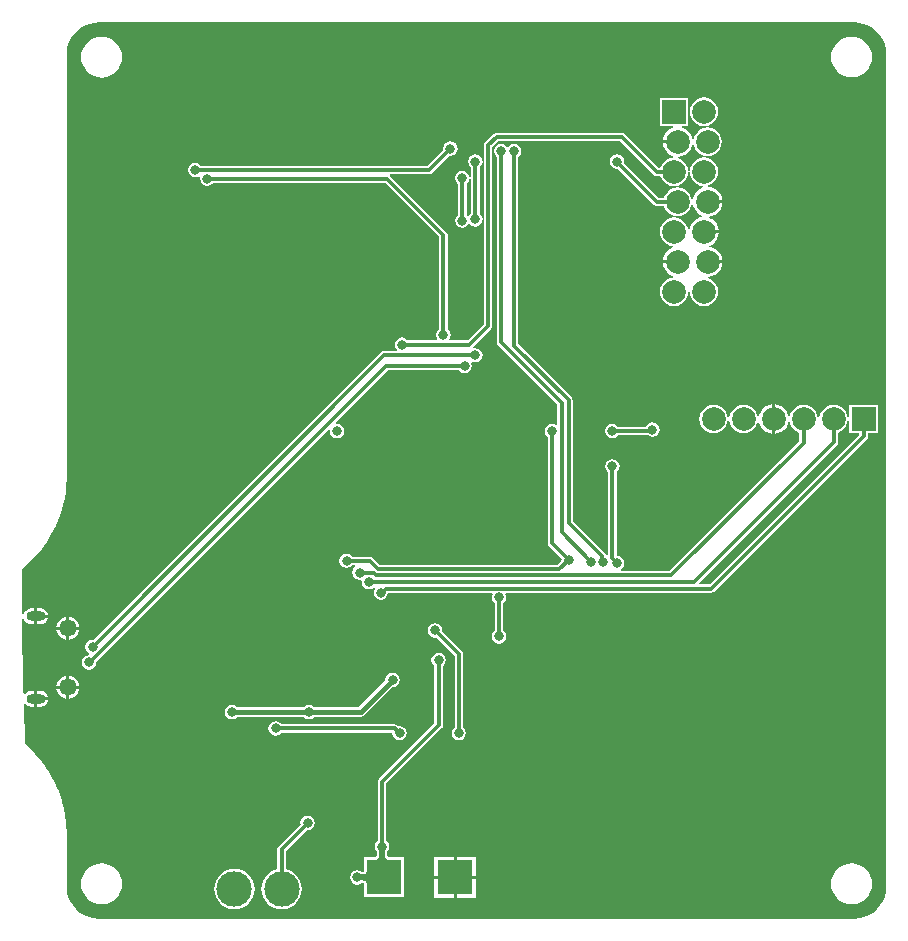
<source format=gbl>
G04*
G04 #@! TF.GenerationSoftware,Altium Limited,Altium Designer,20.2.7 (254)*
G04*
G04 Layer_Physical_Order=2*
G04 Layer_Color=16711680*
%FSLAX25Y25*%
%MOIN*%
G70*
G04*
G04 #@! TF.SameCoordinates,A4FD2F15-25C4-4B7E-ACC4-4C6BACDD2ABF*
G04*
G04*
G04 #@! TF.FilePolarity,Positive*
G04*
G01*
G75*
%ADD69C,0.01181*%
%ADD70C,0.01575*%
%ADD71C,0.01968*%
%ADD72R,0.07874X0.07874*%
%ADD73C,0.07874*%
%ADD74R,0.07874X0.07874*%
%ADD75C,0.11811*%
%ADD76O,0.06299X0.03150*%
%ADD77C,0.05709*%
%ADD78C,0.03150*%
%ADD79R,0.11811X0.11811*%
G36*
X280433Y299856D02*
X282052Y299467D01*
X283591Y298830D01*
X285011Y297960D01*
X286277Y296878D01*
X287359Y295612D01*
X288229Y294192D01*
X288866Y292653D01*
X289255Y291034D01*
X289384Y289395D01*
X289380Y289374D01*
Y11812D01*
X289384Y11791D01*
X289255Y10152D01*
X288866Y8533D01*
X288229Y6995D01*
X287359Y5575D01*
X286277Y4308D01*
X285011Y3227D01*
X283591Y2357D01*
X282052Y1719D01*
X280433Y1331D01*
X278794Y1202D01*
X278773Y1206D01*
X26807Y1206D01*
X26786Y1202D01*
X25147Y1331D01*
X23528Y1719D01*
X21989Y2357D01*
X20569Y3227D01*
X19303Y4308D01*
X18221Y5575D01*
X17351Y6995D01*
X16714Y8533D01*
X16325Y10152D01*
X16233Y11322D01*
X16200Y11812D01*
X16200Y11813D01*
X16200Y12304D01*
Y28927D01*
X16201Y28927D01*
X16225D01*
X16030Y32907D01*
X15790Y34521D01*
X15748Y34809D01*
X15753Y34838D01*
X15718Y35015D01*
X15644Y35508D01*
X15449Y36823D01*
X15449D01*
X15444Y36853D01*
X15357Y37199D01*
X15357Y37201D01*
X15332Y37300D01*
X15239Y37672D01*
X15239Y37672D01*
X15108Y38196D01*
X14987Y38680D01*
X14953Y38856D01*
X14937Y38879D01*
X14865Y39163D01*
X14670Y39941D01*
X14671Y39942D01*
X14671Y39942D01*
X14482Y40693D01*
X13207Y44258D01*
X13122Y44495D01*
X13032Y44686D01*
X13032Y44686D01*
X12285Y46264D01*
X12146Y46574D01*
X12136Y46626D01*
X12096Y46686D01*
X11890Y47101D01*
X11525Y47871D01*
X11525Y47871D01*
X11409Y48116D01*
X11294Y48307D01*
X11013Y48776D01*
X11013Y48776D01*
X11013Y48776D01*
X10807Y49120D01*
X10649Y49384D01*
X10644Y49409D01*
X10551Y49549D01*
X10551Y49549D01*
X10551Y49549D01*
X10550Y49549D01*
X10295Y49974D01*
X10223Y50094D01*
X10220Y50112D01*
X10203Y50138D01*
X10115Y50275D01*
X9588Y51155D01*
X9588Y51155D01*
X9392Y51482D01*
X9324Y51573D01*
X9138Y51824D01*
X8843Y52222D01*
D01*
X7000Y54707D01*
X5976Y55837D01*
X5650Y56216D01*
X5617Y56265D01*
X5543Y56315D01*
X5305Y56577D01*
X4521Y57442D01*
X4294Y57693D01*
X4173Y57802D01*
X3805Y58135D01*
X3295Y58597D01*
X3253Y58660D01*
X3216Y58684D01*
X3216Y58684D01*
X3149Y58730D01*
X2548Y59274D01*
X2506Y59337D01*
X2444Y59379D01*
X2402Y59407D01*
X2211Y59580D01*
X1866Y72571D01*
X2361Y72746D01*
X2494Y72573D01*
X3032Y72160D01*
X3659Y71901D01*
X4331Y71812D01*
X5406D01*
Y74410D01*
Y77007D01*
X4331D01*
X3659Y76918D01*
X3032Y76659D01*
X2494Y76246D01*
X2276Y75961D01*
X1771Y76125D01*
X1747Y77049D01*
X1364Y101096D01*
X1863Y101199D01*
X2082Y100670D01*
X2494Y100132D01*
X3032Y99719D01*
X3659Y99460D01*
X4331Y99371D01*
X5406D01*
Y101969D01*
Y104566D01*
X4331D01*
X3659Y104477D01*
X3032Y104218D01*
X2494Y103805D01*
X2082Y103267D01*
X1822Y102641D01*
X1338Y102726D01*
X1162Y113769D01*
X1142Y117516D01*
X1359Y117677D01*
X4324Y120364D01*
X6039Y122256D01*
X6289Y122532D01*
X6318Y122551D01*
X6372Y122624D01*
X6704Y122990D01*
X7003Y123320D01*
X7300Y123720D01*
X7356Y123797D01*
X7356Y123797D01*
X7590Y124112D01*
X7777Y124364D01*
X7795Y124376D01*
X7886Y124511D01*
X7886Y124511D01*
X8209Y124948D01*
X8379Y125176D01*
X8395Y125187D01*
X8505Y125346D01*
X8505Y125346D01*
X9289Y126403D01*
X9290Y126403D01*
D01*
X9290Y126402D01*
X9351Y126486D01*
X9552Y126821D01*
X9553Y126821D01*
X9553Y126823D01*
X11426Y129947D01*
X11700Y130526D01*
X11700Y130526D01*
X11700D01*
X12478Y132170D01*
X12697Y132619D01*
X12715Y132646D01*
X12719Y132667D01*
X12904Y133072D01*
X13046Y133372D01*
X13143Y133578D01*
X13235Y133835D01*
X13235Y133835D01*
X13550Y134716D01*
X13588Y134772D01*
X13595Y134811D01*
X13595Y134811D01*
X13609Y134882D01*
X13850Y135555D01*
X13894Y135629D01*
X13904Y135644D01*
X13904Y135647D01*
X13910Y135657D01*
X13928Y135707D01*
X13943Y135815D01*
X14169Y136445D01*
X14179Y136460D01*
X14180Y136464D01*
X14207Y136551D01*
X14373Y137016D01*
X14465Y137273D01*
X14467Y137280D01*
X14532Y137539D01*
X14532Y137539D01*
X14738Y138363D01*
X14806Y138633D01*
X14820Y138653D01*
X14852Y138816D01*
X14965Y139269D01*
X15439Y141160D01*
X15796Y143563D01*
X15828Y143725D01*
X15823Y143749D01*
X16031Y145152D01*
X16065Y145838D01*
X16070Y145933D01*
X16071Y145936D01*
X16070Y145941D01*
X16089Y146337D01*
X16126Y147078D01*
X16143Y147165D01*
X16143D01*
X16154Y147223D01*
X16137Y147311D01*
X16180Y148177D01*
X16185Y148204D01*
X16185D01*
X16190Y148231D01*
X16184Y148265D01*
X16225Y149106D01*
X16200Y149106D01*
Y288876D01*
X16200Y288882D01*
X16200Y289374D01*
X16233Y289861D01*
X16325Y291034D01*
X16714Y292653D01*
X17351Y294192D01*
X18221Y295612D01*
X19303Y296878D01*
X20569Y297960D01*
X21989Y298830D01*
X23528Y299467D01*
X25147Y299856D01*
X26786Y299985D01*
X26807Y299981D01*
X278773D01*
X278794Y299985D01*
X280433Y299856D01*
D02*
G37*
%LPC*%
G36*
X277789Y295214D02*
X276457Y295083D01*
X275177Y294694D01*
X273997Y294064D01*
X272963Y293215D01*
X272115Y292181D01*
X271484Y291001D01*
X271096Y289721D01*
X270965Y288390D01*
X271096Y287058D01*
X271484Y285778D01*
X272115Y284598D01*
X272963Y283564D01*
X273997Y282716D01*
X275177Y282085D01*
X276457Y281697D01*
X277789Y281565D01*
X279120Y281697D01*
X280400Y282085D01*
X281580Y282716D01*
X282614Y283564D01*
X283463Y284598D01*
X284093Y285778D01*
X284482Y287058D01*
X284613Y288390D01*
X284482Y289721D01*
X284093Y291001D01*
X283463Y292181D01*
X282614Y293215D01*
X281580Y294064D01*
X280400Y294694D01*
X279120Y295083D01*
X277789Y295214D01*
D02*
G37*
G36*
X27789Y295212D02*
X26457Y295080D01*
X25177Y294692D01*
X23997Y294061D01*
X22963Y293213D01*
X22115Y292179D01*
X21484Y290999D01*
X21096Y289719D01*
X20965Y288387D01*
X21096Y287056D01*
X21484Y285776D01*
X22115Y284596D01*
X22963Y283562D01*
X23997Y282713D01*
X25177Y282083D01*
X26457Y281694D01*
X27789Y281563D01*
X29120Y281694D01*
X30400Y282083D01*
X31580Y282713D01*
X32614Y283562D01*
X33463Y284596D01*
X34093Y285776D01*
X34482Y287056D01*
X34613Y288387D01*
X34482Y289719D01*
X34093Y290999D01*
X33463Y292179D01*
X32614Y293213D01*
X31580Y294061D01*
X30400Y294692D01*
X29120Y295080D01*
X27789Y295212D01*
D02*
G37*
G36*
X228622Y274923D02*
X227389Y274760D01*
X226239Y274284D01*
X225253Y273527D01*
X224495Y272540D01*
X224019Y271391D01*
X223857Y270158D01*
X224019Y268924D01*
X224495Y267775D01*
X225253Y266788D01*
X226239Y266031D01*
X227389Y265555D01*
X228622Y265392D01*
X229855Y265555D01*
X231005Y266031D01*
X231992Y266788D01*
X232749Y267775D01*
X233225Y268924D01*
X233387Y270158D01*
X233225Y271391D01*
X232749Y272540D01*
X231992Y273527D01*
X231005Y274284D01*
X229855Y274760D01*
X228622Y274923D01*
D02*
G37*
G36*
X165354Y259495D02*
X164433Y259312D01*
X163651Y258790D01*
X163439Y258472D01*
X162939D01*
X162727Y258790D01*
X161945Y259312D01*
X161024Y259495D01*
X160102Y259312D01*
X159321Y258790D01*
X158799Y258008D01*
X158615Y257087D01*
X158799Y256165D01*
X159321Y255384D01*
X159619Y255184D01*
Y193307D01*
X159726Y192770D01*
X160030Y192314D01*
X179697Y172646D01*
Y166056D01*
X179197Y165789D01*
X178875Y166005D01*
X177953Y166188D01*
X177031Y166005D01*
X176250Y165483D01*
X175728Y164701D01*
X175544Y163779D01*
X175728Y162858D01*
X176250Y162076D01*
X176548Y161877D01*
Y126378D01*
X176655Y125840D01*
X176959Y125384D01*
X181126Y121218D01*
X181056Y120866D01*
X181126Y120515D01*
X179733Y119122D01*
X120661D01*
X118316Y121466D01*
X117860Y121770D01*
X117323Y121877D01*
X111351D01*
X111152Y122176D01*
X110371Y122698D01*
X109449Y122881D01*
X108527Y122698D01*
X107746Y122176D01*
X107224Y121394D01*
X107040Y120472D01*
X107224Y119551D01*
X107746Y118769D01*
X108527Y118247D01*
X109449Y118064D01*
X110371Y118247D01*
X111152Y118769D01*
X111351Y119068D01*
X112417D01*
X112569Y118568D01*
X112076Y118238D01*
X111554Y117457D01*
X111371Y116535D01*
X111554Y115614D01*
X112076Y114832D01*
X112858Y114310D01*
X113779Y114127D01*
X114174Y114205D01*
X114599Y113780D01*
X114521Y113386D01*
X114704Y112464D01*
X115226Y111683D01*
X116007Y111161D01*
X116929Y110977D01*
X117851Y111161D01*
X118560Y111634D01*
X118615Y111626D01*
X118851Y111122D01*
X118845Y111070D01*
X118641Y110764D01*
X118458Y109843D01*
X118641Y108921D01*
X119163Y108140D01*
X119945Y107617D01*
X120866Y107434D01*
X121788Y107617D01*
X122569Y108140D01*
X123091Y108921D01*
X123269Y109816D01*
X157899D01*
X158135Y109375D01*
X158011Y109189D01*
X157828Y108268D01*
X158011Y107346D01*
X158533Y106565D01*
X158831Y106366D01*
Y97178D01*
X158533Y96979D01*
X158011Y96197D01*
X157828Y95276D01*
X158011Y94354D01*
X158533Y93572D01*
X159315Y93050D01*
X160236Y92867D01*
X161158Y93050D01*
X161939Y93572D01*
X162461Y94354D01*
X162645Y95276D01*
X162461Y96197D01*
X161939Y96979D01*
X161641Y97178D01*
Y106366D01*
X161939Y106565D01*
X162461Y107346D01*
X162645Y108268D01*
X162461Y109189D01*
X162338Y109375D01*
X162573Y109816D01*
X231024D01*
X231561Y109923D01*
X232017Y110227D01*
X282804Y161014D01*
X283109Y161470D01*
X283216Y162008D01*
Y162992D01*
X286535D01*
Y172441D01*
X277087D01*
Y162992D01*
X280170D01*
X280308Y162492D01*
X230442Y112625D01*
X227077D01*
X226885Y113087D01*
X272804Y159007D01*
X273109Y159462D01*
X273216Y160000D01*
Y163185D01*
X274194Y163590D01*
X275181Y164347D01*
X275938Y165334D01*
X276414Y166483D01*
X276576Y167717D01*
X276414Y168950D01*
X275938Y170099D01*
X275181Y171086D01*
X274194Y171843D01*
X273044Y172319D01*
X271811Y172482D01*
X270578Y172319D01*
X269428Y171843D01*
X268442Y171086D01*
X267684Y170099D01*
X267208Y168950D01*
X267093Y168073D01*
X267063Y167848D01*
X266559D01*
X266529Y168073D01*
X266414Y168950D01*
X265938Y170099D01*
X265180Y171086D01*
X264194Y171843D01*
X263044Y172319D01*
X261811Y172482D01*
X260578Y172319D01*
X259428Y171843D01*
X258441Y171086D01*
X257684Y170099D01*
X257208Y168950D01*
X257170Y168663D01*
X256666D01*
X256621Y169005D01*
X256123Y170206D01*
X255332Y171238D01*
X254301Y172029D01*
X253100Y172527D01*
X252311Y172630D01*
Y167717D01*
Y162803D01*
X253100Y162907D01*
X254301Y163404D01*
X255332Y164195D01*
X256123Y165227D01*
X256621Y166428D01*
X256666Y166771D01*
X257170D01*
X257208Y166483D01*
X257684Y165334D01*
X258441Y164347D01*
X259428Y163590D01*
X260406Y163185D01*
Y160424D01*
X217135Y117153D01*
X200969D01*
X200817Y117653D01*
X201309Y117982D01*
X201831Y118763D01*
X202015Y119685D01*
X201831Y120607D01*
X201309Y121388D01*
X200528Y121910D01*
X199606Y122093D01*
X199436Y122233D01*
Y150066D01*
X199734Y150266D01*
X200257Y151047D01*
X200440Y151969D01*
X200257Y152890D01*
X199734Y153672D01*
X198953Y154194D01*
X198031Y154377D01*
X197110Y154194D01*
X196328Y153672D01*
X195806Y152890D01*
X195623Y151969D01*
X195806Y151047D01*
X196328Y150266D01*
X196626Y150066D01*
Y122546D01*
X196159Y122276D01*
X195826Y122451D01*
X195803Y122568D01*
X195499Y123024D01*
X184870Y133653D01*
Y174016D01*
X184763Y174553D01*
X184458Y175009D01*
X166759Y192708D01*
Y255184D01*
X167057Y255384D01*
X167579Y256165D01*
X167763Y257087D01*
X167579Y258008D01*
X167057Y258790D01*
X166276Y259312D01*
X165354Y259495D01*
D02*
G37*
G36*
X223346Y274882D02*
X213898D01*
Y265433D01*
X218397D01*
X218514Y264967D01*
X217313Y264470D01*
X216282Y263679D01*
X215491Y262647D01*
X214993Y261446D01*
X214889Y260658D01*
X219803D01*
Y259658D01*
X214889D01*
X214993Y258869D01*
X215491Y257668D01*
X216282Y256636D01*
X217313Y255845D01*
X218395Y255397D01*
X218341Y254886D01*
X217389Y254760D01*
X216240Y254284D01*
X215253Y253527D01*
X214495Y252540D01*
X214090Y251562D01*
X213417D01*
X202175Y262805D01*
X201719Y263109D01*
X201181Y263216D01*
X159449D01*
X158911Y263109D01*
X158455Y262805D01*
X155700Y260049D01*
X155395Y259593D01*
X155288Y259055D01*
Y199401D01*
X149812Y193925D01*
X144009D01*
X143742Y194425D01*
X143957Y194748D01*
X144141Y195669D01*
X143957Y196591D01*
X143435Y197372D01*
X143137Y197572D01*
Y229134D01*
X143030Y229672D01*
X142726Y230127D01*
X124025Y248828D01*
X123944Y248883D01*
X124095Y249382D01*
X137008D01*
X137546Y249489D01*
X138001Y249794D01*
X143743Y255536D01*
X144095Y255466D01*
X145016Y255649D01*
X145798Y256171D01*
X146320Y256952D01*
X146503Y257874D01*
X146320Y258796D01*
X145798Y259577D01*
X145016Y260099D01*
X144095Y260282D01*
X143173Y260099D01*
X142391Y259577D01*
X141869Y258796D01*
X141686Y257874D01*
X141756Y257522D01*
X136426Y252192D01*
X60957D01*
X60758Y252490D01*
X59977Y253013D01*
X59055Y253196D01*
X58133Y253013D01*
X57352Y252490D01*
X56830Y251709D01*
X56647Y250787D01*
X56830Y249866D01*
X57352Y249084D01*
X58133Y248562D01*
X59055Y248379D01*
X59977Y248562D01*
X60256Y248749D01*
X60706Y248448D01*
X60584Y247835D01*
X60767Y246913D01*
X61289Y246132D01*
X62070Y245609D01*
X62992Y245426D01*
X63914Y245609D01*
X64695Y246132D01*
X64894Y246430D01*
X122450D01*
X140327Y228552D01*
Y197572D01*
X140029Y197372D01*
X139507Y196591D01*
X139324Y195669D01*
X139507Y194748D01*
X139723Y194425D01*
X139456Y193925D01*
X129855D01*
X129656Y194223D01*
X128875Y194745D01*
X127953Y194928D01*
X127031Y194745D01*
X126250Y194223D01*
X125728Y193441D01*
X125544Y192520D01*
X125728Y191598D01*
X126207Y190881D01*
X126070Y190381D01*
X122047D01*
X121510Y190274D01*
X121054Y189970D01*
X25155Y94071D01*
X24803Y94141D01*
X23881Y93957D01*
X23100Y93435D01*
X22578Y92654D01*
X22395Y91732D01*
X22578Y90811D01*
X23100Y90029D01*
X23643Y89667D01*
X23762Y89083D01*
X23750Y89040D01*
X23717Y89004D01*
X23622Y89023D01*
X22700Y88839D01*
X21919Y88317D01*
X21397Y87536D01*
X21214Y86614D01*
X21397Y85693D01*
X21919Y84911D01*
X22700Y84389D01*
X23622Y84206D01*
X24544Y84389D01*
X25325Y84911D01*
X25847Y85693D01*
X26030Y86614D01*
X26000Y86767D01*
X103480Y164247D01*
X103941Y164000D01*
X103891Y163747D01*
X104074Y162825D01*
X104596Y162044D01*
X105377Y161522D01*
X106299Y161339D01*
X107221Y161522D01*
X108002Y162044D01*
X108524Y162825D01*
X108708Y163747D01*
X108524Y164669D01*
X108002Y165450D01*
X107221Y165972D01*
X106299Y166156D01*
X106046Y166105D01*
X105800Y166566D01*
X123262Y184028D01*
X146917D01*
X147116Y183730D01*
X147897Y183208D01*
X148819Y183025D01*
X149741Y183208D01*
X150522Y183730D01*
X151044Y184511D01*
X151227Y185433D01*
X151044Y186355D01*
X150972Y186463D01*
X151332Y186824D01*
X151441Y186751D01*
X152362Y186568D01*
X153284Y186751D01*
X154065Y187273D01*
X154587Y188055D01*
X154771Y188976D01*
X154587Y189898D01*
X154065Y190679D01*
X153284Y191201D01*
X152362Y191385D01*
X151851Y191283D01*
X151605Y191744D01*
X157686Y197826D01*
X157991Y198281D01*
X158098Y198819D01*
Y258473D01*
X160031Y260406D01*
X200599D01*
X211841Y249164D01*
X212297Y248860D01*
X212835Y248752D01*
X214090D01*
X214495Y247775D01*
X215253Y246788D01*
X216240Y246031D01*
X217389Y245555D01*
X218622Y245392D01*
X219855Y245555D01*
X221005Y246031D01*
X221991Y246788D01*
X222749Y247775D01*
X223225Y248924D01*
X223340Y249801D01*
X223370Y250026D01*
X223874D01*
X223904Y249801D01*
X224019Y248924D01*
X224495Y247775D01*
X225253Y246788D01*
X226239Y246031D01*
X227389Y245555D01*
X228341Y245429D01*
X228395Y244918D01*
X227313Y244470D01*
X226282Y243679D01*
X225491Y242647D01*
X224993Y241446D01*
X224948Y241104D01*
X224444D01*
X224406Y241391D01*
X223930Y242540D01*
X223173Y243527D01*
X222186Y244284D01*
X221037Y244760D01*
X219803Y244923D01*
X218570Y244760D01*
X217421Y244284D01*
X216434Y243527D01*
X215676Y242540D01*
X215271Y241562D01*
X213574D01*
X201945Y253192D01*
X202015Y253543D01*
X201831Y254465D01*
X201309Y255246D01*
X200528Y255768D01*
X199606Y255952D01*
X198685Y255768D01*
X197903Y255246D01*
X197381Y254465D01*
X197198Y253543D01*
X197381Y252622D01*
X197903Y251840D01*
X198685Y251318D01*
X199606Y251135D01*
X199958Y251205D01*
X211999Y239164D01*
X212455Y238860D01*
X212992Y238753D01*
X215271D01*
X215676Y237775D01*
X216434Y236788D01*
X217421Y236031D01*
X218570Y235555D01*
X219803Y235392D01*
X221037Y235555D01*
X222186Y236031D01*
X223173Y236788D01*
X223930Y237775D01*
X224406Y238924D01*
X224444Y239211D01*
X224948D01*
X224993Y238869D01*
X225491Y237668D01*
X226282Y236636D01*
X227313Y235845D01*
X228002Y235560D01*
X227934Y235047D01*
X227333Y234967D01*
X226132Y234470D01*
X225101Y233679D01*
X224310Y232647D01*
X223812Y231446D01*
X223767Y231103D01*
X223263D01*
X223225Y231391D01*
X222749Y232540D01*
X221991Y233527D01*
X221005Y234284D01*
X219855Y234760D01*
X218622Y234923D01*
X217389Y234760D01*
X216240Y234284D01*
X215253Y233527D01*
X214495Y232540D01*
X214019Y231391D01*
X213857Y230157D01*
X214019Y228924D01*
X214495Y227775D01*
X215253Y226788D01*
X216240Y226031D01*
X217389Y225555D01*
X218341Y225429D01*
X218395Y224918D01*
X217313Y224470D01*
X216282Y223679D01*
X215491Y222647D01*
X214993Y221446D01*
X214889Y220657D01*
X219803D01*
Y219657D01*
X214889D01*
X214993Y218869D01*
X215491Y217668D01*
X216282Y216636D01*
X217313Y215845D01*
X218395Y215397D01*
X218340Y214886D01*
X217389Y214760D01*
X216240Y214284D01*
X215253Y213527D01*
X214495Y212540D01*
X214019Y211391D01*
X213857Y210157D01*
X214019Y208924D01*
X214495Y207775D01*
X215253Y206788D01*
X216240Y206031D01*
X217389Y205555D01*
X218622Y205392D01*
X219855Y205555D01*
X221005Y206031D01*
X221991Y206788D01*
X222749Y207775D01*
X223225Y208924D01*
X223340Y209801D01*
X223370Y210026D01*
X223874D01*
X223904Y209801D01*
X224019Y208924D01*
X224495Y207775D01*
X225253Y206788D01*
X226239Y206031D01*
X227389Y205555D01*
X228622Y205392D01*
X229855Y205555D01*
X231005Y206031D01*
X231992Y206788D01*
X232749Y207775D01*
X233225Y208924D01*
X233387Y210157D01*
X233225Y211391D01*
X232749Y212540D01*
X231992Y213527D01*
X231005Y214284D01*
X230002Y214700D01*
X230069Y215213D01*
X231092Y215348D01*
X232293Y215845D01*
X233324Y216636D01*
X234116Y217668D01*
X234613Y218869D01*
X234717Y219657D01*
X229803D01*
Y220657D01*
X234717D01*
X234613Y221446D01*
X234116Y222647D01*
X233324Y223679D01*
X232293Y224470D01*
X231092Y224967D01*
X230491Y225047D01*
X230423Y225560D01*
X231112Y225845D01*
X232143Y226636D01*
X232934Y227668D01*
X233432Y228869D01*
X233536Y229658D01*
X228622D01*
Y230658D01*
X233536D01*
X233432Y231446D01*
X232934Y232647D01*
X232143Y233679D01*
X231112Y234470D01*
X230423Y234755D01*
X230491Y235268D01*
X231092Y235348D01*
X232293Y235845D01*
X233324Y236636D01*
X234116Y237668D01*
X234613Y238869D01*
X234717Y239657D01*
X229803D01*
Y240657D01*
X234717D01*
X234613Y241446D01*
X234116Y242647D01*
X233324Y243679D01*
X232293Y244470D01*
X231092Y244967D01*
X230069Y245102D01*
X230002Y245615D01*
X231005Y246031D01*
X231992Y246788D01*
X232749Y247775D01*
X233225Y248924D01*
X233387Y250157D01*
X233225Y251391D01*
X232749Y252540D01*
X231992Y253527D01*
X231005Y254284D01*
X229855Y254760D01*
X228622Y254923D01*
X227389Y254760D01*
X226239Y254284D01*
X225253Y253527D01*
X224495Y252540D01*
X224019Y251391D01*
X223904Y250514D01*
X223874Y250289D01*
X223370D01*
X223340Y250514D01*
X223225Y251391D01*
X222749Y252540D01*
X221991Y253527D01*
X221005Y254284D01*
X220002Y254700D01*
X220069Y255213D01*
X221092Y255348D01*
X222293Y255845D01*
X223324Y256636D01*
X224116Y257668D01*
X224613Y258869D01*
X224658Y259211D01*
X225163D01*
X225200Y258924D01*
X225676Y257775D01*
X226434Y256788D01*
X227421Y256031D01*
X228570Y255555D01*
X229803Y255392D01*
X231036Y255555D01*
X232186Y256031D01*
X233173Y256788D01*
X233930Y257775D01*
X234406Y258924D01*
X234568Y260157D01*
X234406Y261391D01*
X233930Y262540D01*
X233173Y263527D01*
X232186Y264284D01*
X231036Y264760D01*
X229803Y264923D01*
X228570Y264760D01*
X227421Y264284D01*
X226434Y263527D01*
X225676Y262540D01*
X225200Y261391D01*
X225163Y261104D01*
X224658D01*
X224613Y261446D01*
X224116Y262647D01*
X223324Y263679D01*
X222293Y264470D01*
X221092Y264967D01*
X221209Y265433D01*
X223346D01*
Y274882D01*
D02*
G37*
G36*
X152362Y255952D02*
X151441Y255768D01*
X150659Y255246D01*
X150137Y254465D01*
X149954Y253543D01*
X150137Y252622D01*
X150659Y251840D01*
X150957Y251641D01*
Y236154D01*
X150659Y235955D01*
X150366Y235516D01*
X149835D01*
X149436Y235880D01*
Y246129D01*
X149734Y246328D01*
X150257Y247110D01*
X150440Y248031D01*
X150257Y248953D01*
X149734Y249734D01*
X148953Y250257D01*
X148031Y250440D01*
X147110Y250257D01*
X146328Y249734D01*
X145806Y248953D01*
X145623Y248031D01*
X145806Y247110D01*
X146328Y246328D01*
X146626Y246129D01*
Y235760D01*
X146328Y235561D01*
X145806Y234780D01*
X145623Y233858D01*
X145806Y232937D01*
X146328Y232155D01*
X147110Y231633D01*
X148031Y231450D01*
X148953Y231633D01*
X149734Y232155D01*
X150028Y232594D01*
X150629D01*
X150659Y232549D01*
X151441Y232027D01*
X152362Y231843D01*
X153284Y232027D01*
X154065Y232549D01*
X154587Y233330D01*
X154771Y234252D01*
X154587Y235174D01*
X154065Y235955D01*
X153767Y236154D01*
Y251641D01*
X154065Y251840D01*
X154587Y252622D01*
X154771Y253543D01*
X154587Y254465D01*
X154065Y255246D01*
X153284Y255768D01*
X152362Y255952D01*
D02*
G37*
G36*
X251311Y172630D02*
X250522Y172527D01*
X249321Y172029D01*
X248290Y171238D01*
X247498Y170206D01*
X247001Y169005D01*
X246956Y168663D01*
X246452D01*
X246414Y168950D01*
X245938Y170099D01*
X245181Y171086D01*
X244194Y171843D01*
X243044Y172319D01*
X241811Y172482D01*
X240578Y172319D01*
X239428Y171843D01*
X238441Y171086D01*
X237684Y170099D01*
X237208Y168950D01*
X237093Y168073D01*
X237063Y167848D01*
X236559D01*
X236529Y168073D01*
X236414Y168950D01*
X235938Y170099D01*
X235180Y171086D01*
X234194Y171843D01*
X233044Y172319D01*
X231811Y172482D01*
X230578Y172319D01*
X229428Y171843D01*
X228442Y171086D01*
X227684Y170099D01*
X227208Y168950D01*
X227046Y167717D01*
X227208Y166483D01*
X227684Y165334D01*
X228442Y164347D01*
X229428Y163590D01*
X230578Y163114D01*
X231811Y162951D01*
X233044Y163114D01*
X234194Y163590D01*
X235180Y164347D01*
X235938Y165334D01*
X236414Y166483D01*
X236529Y167360D01*
X236559Y167585D01*
X237063D01*
X237093Y167360D01*
X237208Y166483D01*
X237684Y165334D01*
X238441Y164347D01*
X239428Y163590D01*
X240578Y163114D01*
X241811Y162951D01*
X243044Y163114D01*
X244194Y163590D01*
X245181Y164347D01*
X245938Y165334D01*
X246414Y166483D01*
X246452Y166771D01*
X246956D01*
X247001Y166428D01*
X247498Y165227D01*
X248290Y164195D01*
X249321Y163404D01*
X250522Y162907D01*
X251311Y162803D01*
Y167717D01*
Y172630D01*
D02*
G37*
G36*
X211417Y166582D02*
X210496Y166398D01*
X209714Y165876D01*
X209252Y165184D01*
X199934D01*
X199734Y165483D01*
X198953Y166005D01*
X198031Y166188D01*
X197110Y166005D01*
X196328Y165483D01*
X195806Y164701D01*
X195623Y163779D01*
X195806Y162858D01*
X196328Y162076D01*
X197110Y161554D01*
X198031Y161371D01*
X198953Y161554D01*
X199734Y162076D01*
X199934Y162375D01*
X209857D01*
X210496Y161948D01*
X211417Y161765D01*
X212339Y161948D01*
X213120Y162470D01*
X213643Y163251D01*
X213826Y164173D01*
X213643Y165095D01*
X213120Y165876D01*
X212339Y166398D01*
X211417Y166582D01*
D02*
G37*
G36*
X7480Y104566D02*
X6406D01*
Y102469D01*
X10012D01*
X9989Y102641D01*
X9729Y103267D01*
X9317Y103805D01*
X8779Y104218D01*
X8152Y104477D01*
X7480Y104566D01*
D02*
G37*
G36*
X10012Y101469D02*
X6406D01*
Y99371D01*
X7480D01*
X8152Y99460D01*
X8779Y99719D01*
X9317Y100132D01*
X9729Y100670D01*
X9989Y101296D01*
X10012Y101469D01*
D02*
G37*
G36*
X17035Y101853D02*
Y98532D01*
X20357D01*
X20291Y99038D01*
X19902Y99975D01*
X19284Y100780D01*
X18479Y101398D01*
X17542Y101787D01*
X17035Y101853D01*
D02*
G37*
G36*
X16035D02*
X15529Y101787D01*
X14592Y101398D01*
X13787Y100780D01*
X13169Y99975D01*
X12780Y99038D01*
X12714Y98532D01*
X16035D01*
Y101853D01*
D02*
G37*
G36*
X20357Y97531D02*
X17035D01*
Y94210D01*
X17542Y94276D01*
X18479Y94665D01*
X19284Y95283D01*
X19902Y96088D01*
X20291Y97025D01*
X20357Y97531D01*
D02*
G37*
G36*
X16035D02*
X12714D01*
X12780Y97025D01*
X13169Y96088D01*
X13787Y95283D01*
X14592Y94665D01*
X15529Y94276D01*
X16035Y94210D01*
Y97531D01*
D02*
G37*
G36*
X17036Y82168D02*
Y78847D01*
X20357D01*
X20291Y79353D01*
X19902Y80290D01*
X19284Y81095D01*
X18479Y81713D01*
X17542Y82102D01*
X17036Y82168D01*
D02*
G37*
G36*
X16036D02*
X15529Y82102D01*
X14592Y81713D01*
X13787Y81095D01*
X13169Y80290D01*
X12780Y79353D01*
X12714Y78847D01*
X16036D01*
Y82168D01*
D02*
G37*
G36*
X124803Y83117D02*
X123881Y82934D01*
X123100Y82412D01*
X122578Y81630D01*
X122395Y80709D01*
X122417Y80594D01*
X113508Y71684D01*
X98619D01*
X98553Y71782D01*
X97772Y72304D01*
X96850Y72487D01*
X95929Y72304D01*
X95147Y71782D01*
X95082Y71684D01*
X73028D01*
X72963Y71782D01*
X72181Y72304D01*
X71260Y72487D01*
X70338Y72304D01*
X69557Y71782D01*
X69035Y71000D01*
X68851Y70079D01*
X69035Y69157D01*
X69557Y68376D01*
X70338Y67854D01*
X71260Y67670D01*
X72181Y67854D01*
X72963Y68376D01*
X73028Y68473D01*
X95082D01*
X95147Y68376D01*
X95929Y67854D01*
X96850Y67670D01*
X97772Y67854D01*
X98553Y68376D01*
X98619Y68473D01*
X114173D01*
X114173Y68473D01*
X114788Y68595D01*
X115309Y68943D01*
X124688Y78323D01*
X124803Y78300D01*
X125725Y78483D01*
X126506Y79006D01*
X127028Y79787D01*
X127212Y80709D01*
X127028Y81630D01*
X126506Y82412D01*
X125725Y82934D01*
X124803Y83117D01*
D02*
G37*
G36*
X7480Y77007D02*
X6406D01*
Y74910D01*
X10012D01*
X9989Y75082D01*
X9729Y75708D01*
X9317Y76246D01*
X8779Y76659D01*
X8152Y76918D01*
X7480Y77007D01*
D02*
G37*
G36*
X20357Y77846D02*
X17036D01*
Y74525D01*
X17542Y74591D01*
X18479Y74980D01*
X19284Y75598D01*
X19902Y76403D01*
X20291Y77340D01*
X20357Y77846D01*
D02*
G37*
G36*
X16036D02*
X12714D01*
X12780Y77340D01*
X13169Y76403D01*
X13787Y75598D01*
X14592Y74980D01*
X15529Y74591D01*
X16036Y74525D01*
Y77846D01*
D02*
G37*
G36*
X10012Y73909D02*
X6406D01*
Y71812D01*
X7480D01*
X8152Y71901D01*
X8779Y72160D01*
X9317Y72573D01*
X9729Y73111D01*
X9989Y73737D01*
X10012Y73909D01*
D02*
G37*
G36*
X138976Y99653D02*
X138055Y99469D01*
X137273Y98947D01*
X136751Y98166D01*
X136568Y97244D01*
X136751Y96322D01*
X137273Y95541D01*
X138055Y95019D01*
X138976Y94836D01*
X139328Y94906D01*
X145445Y88788D01*
Y64894D01*
X145147Y64695D01*
X144625Y63914D01*
X144442Y62992D01*
X144625Y62070D01*
X145147Y61289D01*
X145929Y60767D01*
X146850Y60584D01*
X147772Y60767D01*
X148553Y61289D01*
X149075Y62070D01*
X149259Y62992D01*
X149075Y63914D01*
X148553Y64695D01*
X148255Y64894D01*
Y89370D01*
X148148Y89908D01*
X147844Y90364D01*
X141315Y96892D01*
X141385Y97244D01*
X141201Y98166D01*
X140679Y98947D01*
X139898Y99469D01*
X138976Y99653D01*
D02*
G37*
G36*
X85827Y66975D02*
X84905Y66792D01*
X84124Y66270D01*
X83602Y65489D01*
X83418Y64567D01*
X83602Y63645D01*
X84124Y62864D01*
X84905Y62342D01*
X85827Y62159D01*
X86748Y62342D01*
X87530Y62864D01*
X87729Y63162D01*
X124618D01*
X124757Y62992D01*
X124940Y62070D01*
X125462Y61289D01*
X126244Y60767D01*
X127165Y60584D01*
X128087Y60767D01*
X128868Y61289D01*
X129391Y62070D01*
X129574Y62992D01*
X129391Y63914D01*
X128868Y64695D01*
X128087Y65217D01*
X127165Y65401D01*
X126729Y65314D01*
X126483Y65560D01*
X126027Y65865D01*
X125489Y65972D01*
X87729D01*
X87530Y66270D01*
X86748Y66792D01*
X85827Y66975D01*
D02*
G37*
G36*
X96457Y35479D02*
X95535Y35296D01*
X94754Y34774D01*
X94231Y33993D01*
X94048Y33071D01*
X94118Y32719D01*
X86802Y25403D01*
X86497Y24947D01*
X86390Y24409D01*
Y17592D01*
X85222Y17237D01*
X84059Y16615D01*
X83040Y15779D01*
X82203Y14760D01*
X81582Y13597D01*
X81199Y12336D01*
X81070Y11024D01*
X81199Y9712D01*
X81582Y8450D01*
X82203Y7287D01*
X83040Y6268D01*
X84059Y5432D01*
X85222Y4810D01*
X86483Y4428D01*
X87795Y4298D01*
X89107Y4428D01*
X90369Y4810D01*
X91532Y5432D01*
X92551Y6268D01*
X93387Y7287D01*
X94009Y8450D01*
X94391Y9712D01*
X94521Y11024D01*
X94391Y12336D01*
X94009Y13597D01*
X93387Y14760D01*
X92551Y15779D01*
X91532Y16615D01*
X90369Y17237D01*
X89200Y17592D01*
Y23828D01*
X96105Y30732D01*
X96457Y30662D01*
X97378Y30846D01*
X98160Y31368D01*
X98682Y32149D01*
X98865Y33071D01*
X98682Y33993D01*
X98160Y34774D01*
X97378Y35296D01*
X96457Y35479D01*
D02*
G37*
G36*
X140157Y89810D02*
X139236Y89627D01*
X138454Y89105D01*
X137932Y88323D01*
X137749Y87402D01*
X137932Y86480D01*
X138454Y85698D01*
X138752Y85499D01*
Y66330D01*
X120266Y47844D01*
X119962Y47388D01*
X119855Y46850D01*
Y27307D01*
X119851Y27097D01*
X119557Y26900D01*
X119035Y26118D01*
X118851Y25197D01*
X119035Y24275D01*
X119454Y23648D01*
Y22374D01*
X119439Y22210D01*
X119401Y21982D01*
X119355Y21811D01*
X119310Y21699D01*
X119282Y21654D01*
X115354D01*
Y16938D01*
X115309Y16910D01*
X115197Y16865D01*
X115025Y16819D01*
X114797Y16781D01*
X114634Y16767D01*
X114541D01*
X113914Y17186D01*
X112992Y17369D01*
X112070Y17186D01*
X111289Y16664D01*
X110767Y15882D01*
X110584Y14961D01*
X110767Y14039D01*
X111289Y13258D01*
X112070Y12735D01*
X112992Y12552D01*
X113914Y12735D01*
X114541Y13154D01*
X114634D01*
X114797Y13140D01*
X115025Y13102D01*
X115197Y13056D01*
X115309Y13011D01*
X115354Y12983D01*
Y8268D01*
X128740D01*
Y21654D01*
X123237D01*
X123210Y21699D01*
X123164Y21811D01*
X123118Y21982D01*
X123081Y22210D01*
X123066Y22374D01*
Y23648D01*
X123485Y24275D01*
X123668Y25197D01*
X123485Y26118D01*
X122963Y26900D01*
X122699Y27076D01*
X122665Y27748D01*
Y46268D01*
X141151Y64755D01*
X141455Y65210D01*
X141562Y65748D01*
Y85499D01*
X141860Y85698D01*
X142383Y86480D01*
X142566Y87402D01*
X142383Y88323D01*
X141860Y89105D01*
X141079Y89627D01*
X140157Y89810D01*
D02*
G37*
G36*
X152575Y21866D02*
X146169D01*
Y15461D01*
X152575D01*
Y21866D01*
D02*
G37*
G36*
X145169D02*
X138764D01*
Y15461D01*
X145169D01*
Y21866D01*
D02*
G37*
G36*
X152575Y14461D02*
X146169D01*
Y8055D01*
X152575D01*
Y14461D01*
D02*
G37*
G36*
X145169D02*
X138764D01*
Y8055D01*
X145169D01*
Y14461D01*
D02*
G37*
G36*
X277791Y19623D02*
X276460Y19492D01*
X275180Y19104D01*
X274000Y18473D01*
X272966Y17625D01*
X272117Y16590D01*
X271486Y15411D01*
X271098Y14130D01*
X270967Y12799D01*
X271098Y11468D01*
X271486Y10188D01*
X272117Y9008D01*
X272966Y7974D01*
X274000Y7125D01*
X275180Y6494D01*
X276460Y6106D01*
X277791Y5975D01*
X279123Y6106D01*
X280403Y6494D01*
X281583Y7125D01*
X282617Y7974D01*
X283465Y9008D01*
X284096Y10188D01*
X284484Y11468D01*
X284615Y12799D01*
X284484Y14130D01*
X284096Y15411D01*
X283465Y16590D01*
X282617Y17625D01*
X281583Y18473D01*
X280403Y19104D01*
X279123Y19492D01*
X277791Y19623D01*
D02*
G37*
G36*
X27791Y19621D02*
X26460Y19490D01*
X25180Y19102D01*
X24000Y18471D01*
X22966Y17622D01*
X22117Y16588D01*
X21486Y15408D01*
X21098Y14128D01*
X20967Y12797D01*
X21098Y11466D01*
X21486Y10185D01*
X22117Y9005D01*
X22966Y7971D01*
X24000Y7123D01*
X25180Y6492D01*
X26460Y6104D01*
X27791Y5973D01*
X29123Y6104D01*
X30403Y6492D01*
X31583Y7123D01*
X32617Y7971D01*
X33465Y9005D01*
X34096Y10185D01*
X34484Y11466D01*
X34615Y12797D01*
X34484Y14128D01*
X34096Y15408D01*
X33465Y16588D01*
X32617Y17622D01*
X31583Y18471D01*
X30403Y19102D01*
X29123Y19490D01*
X27791Y19621D01*
D02*
G37*
G36*
X72047Y17749D02*
X70735Y17620D01*
X69474Y17237D01*
X68311Y16615D01*
X67292Y15779D01*
X66455Y14760D01*
X65834Y13597D01*
X65451Y12336D01*
X65322Y11024D01*
X65451Y9712D01*
X65834Y8450D01*
X66455Y7287D01*
X67292Y6268D01*
X68311Y5432D01*
X69474Y4810D01*
X70735Y4428D01*
X72047Y4298D01*
X73359Y4428D01*
X74621Y4810D01*
X75784Y5432D01*
X76803Y6268D01*
X77639Y7287D01*
X78261Y8450D01*
X78643Y9712D01*
X78772Y11024D01*
X78643Y12336D01*
X78261Y13597D01*
X77639Y14760D01*
X76803Y15779D01*
X75784Y16615D01*
X74621Y17237D01*
X73359Y17620D01*
X72047Y17749D01*
D02*
G37*
%LPD*%
G36*
X121956Y25892D02*
X120563D01*
X120583Y25932D01*
X120601Y26009D01*
X120617Y26122D01*
X120643Y26460D01*
X120669Y27953D01*
X121850D01*
X121956Y25892D01*
D02*
G37*
G36*
X122254Y22446D02*
X122283Y22110D01*
X122333Y21813D01*
X122402Y21555D01*
X122490Y21337D01*
X122598Y21159D01*
X122726Y21020D01*
X122874Y20921D01*
X123041Y20862D01*
X123228Y20842D01*
X119291D01*
X119478Y20862D01*
X119646Y20921D01*
X119793Y21020D01*
X119921Y21159D01*
X120029Y21337D01*
X120118Y21555D01*
X120187Y21813D01*
X120236Y22110D01*
X120266Y22446D01*
X120276Y22823D01*
X122244D01*
X122254Y22446D01*
D02*
G37*
G36*
X116166Y12992D02*
X116146Y13179D01*
X116086Y13346D01*
X115988Y13494D01*
X115849Y13622D01*
X115671Y13730D01*
X115453Y13819D01*
X115195Y13888D01*
X114898Y13937D01*
X114561Y13966D01*
X114185Y13976D01*
Y15945D01*
X114561Y15955D01*
X114898Y15984D01*
X115195Y16033D01*
X115453Y16102D01*
X115671Y16191D01*
X115849Y16299D01*
X115988Y16427D01*
X116086Y16575D01*
X116146Y16742D01*
X116166Y16929D01*
Y12992D01*
D02*
G37*
D69*
X121260Y46850D02*
X140157Y65748D01*
X121260Y25197D02*
Y46850D01*
X148031Y233858D02*
Y248031D01*
X152362Y234252D02*
Y253543D01*
X62992Y247835D02*
X123031D01*
X141732Y229134D01*
Y195669D02*
Y229134D01*
X156693Y259055D02*
X159449Y261811D01*
X127953Y192520D02*
X150394D01*
X156693Y198819D02*
Y259055D01*
X150394Y192520D02*
X156693Y198819D01*
X122047Y188976D02*
X152362D01*
X161024Y193307D02*
X181102Y173228D01*
Y129921D02*
Y173228D01*
X161024Y193307D02*
Y257087D01*
X183465Y133071D02*
Y174016D01*
X165354Y192126D02*
Y257087D01*
Y192126D02*
X183465Y174016D01*
X212835Y250157D02*
X218622D01*
X201181Y261811D02*
X212835Y250157D01*
X159449Y261811D02*
X201181D01*
X23622Y86614D02*
X23861D01*
X122680Y185433D01*
X148819D01*
X24803Y91732D02*
X122047Y188976D01*
X160236Y95276D02*
Y108268D01*
X138976Y97244D02*
X146850Y89370D01*
X140157Y65748D02*
Y87402D01*
X146850Y62992D02*
Y89370D01*
X198031Y121361D02*
Y151969D01*
Y121361D02*
X199606Y119786D01*
Y119685D02*
Y119786D01*
X85827Y64567D02*
X125489D01*
X127064Y62992D01*
X127165D01*
X87795Y24409D02*
X96457Y33071D01*
X87795Y11024D02*
Y24409D01*
X122542Y111221D02*
X231024D01*
X120866Y109843D02*
X121164D01*
X122542Y111221D01*
X119263Y115748D02*
X217717D01*
X261811Y159843D02*
Y167717D01*
X217717Y115748D02*
X261811Y159843D01*
X116929Y113386D02*
X225197D01*
X271811Y160000D02*
Y167717D01*
X225197Y113386D02*
X271811Y160000D01*
X198031Y163779D02*
X210491D01*
X210885Y164173D01*
X211417D01*
X194505Y120455D02*
X194882Y120079D01*
X194505Y120455D02*
Y122030D01*
X183465Y133071D02*
X194505Y122030D01*
X137008Y250787D02*
X144095Y257874D01*
X177953Y126378D02*
Y163779D01*
Y126378D02*
X183465Y120866D01*
X181102Y129921D02*
X190945Y120079D01*
X180315Y117717D02*
X183465Y120866D01*
X120079Y117717D02*
X180315D01*
X109449Y120472D02*
X117323D01*
X120079Y117717D01*
X118476Y116535D02*
X119263Y115748D01*
X231024Y111221D02*
X281811Y162008D01*
X59055Y250787D02*
X137008D01*
X113779Y116535D02*
X118476D01*
X177920Y163747D02*
X177953Y163779D01*
X212992Y240158D02*
X219803D01*
X199606Y253543D02*
X212992Y240158D01*
X281811Y162008D02*
Y167717D01*
D70*
X96850Y70079D02*
X114173D01*
X71260D02*
X96850D01*
X114173D02*
X124803Y80709D01*
D71*
X112992Y14961D02*
X122047D01*
X121260Y15748D02*
X122047Y14961D01*
X121260Y15748D02*
Y25197D01*
X112992Y14961D02*
X112992Y14961D01*
D72*
X281811Y167717D02*
D03*
D73*
X251811D02*
D03*
X261811D02*
D03*
X271811D02*
D03*
X231811D02*
D03*
X241811D02*
D03*
X229803Y260157D02*
D03*
X219803Y260157D02*
D03*
X229803Y240158D02*
D03*
X219803D02*
D03*
X228622Y250157D02*
D03*
X218622D02*
D03*
X228622Y270158D02*
D03*
X218622Y230157D02*
D03*
X228622D02*
D03*
X219803Y220158D02*
D03*
X229803Y220158D02*
D03*
X218622Y210157D02*
D03*
X228622D02*
D03*
D74*
X218622Y270158D02*
D03*
D75*
X87795Y11024D02*
D03*
X72047D02*
D03*
D76*
X5906Y74410D02*
D03*
X5906Y101969D02*
D03*
D77*
X16535Y78347D02*
D03*
Y98032D02*
D03*
D78*
X285665Y276271D02*
D03*
X280744Y266429D02*
D03*
X285665Y256586D02*
D03*
X280744Y246744D02*
D03*
X285665Y236901D02*
D03*
X280744Y227059D02*
D03*
X285665Y217216D02*
D03*
X280744Y207374D02*
D03*
X285665Y197531D02*
D03*
X280744Y187689D02*
D03*
X285665Y177846D02*
D03*
Y158161D02*
D03*
X280744Y148319D02*
D03*
X285665Y138476D02*
D03*
X280744Y128633D02*
D03*
X285665Y118791D02*
D03*
X280744Y108948D02*
D03*
X285665Y99106D02*
D03*
X280744Y89263D02*
D03*
X285665Y79421D02*
D03*
X280744Y69578D02*
D03*
X285665Y59736D02*
D03*
X280744Y49893D02*
D03*
X285665Y40051D02*
D03*
X280744Y30208D02*
D03*
X285665Y20366D02*
D03*
X275823Y276271D02*
D03*
X270901Y266429D02*
D03*
X275823Y256586D02*
D03*
X270901Y246744D02*
D03*
X275823Y236901D02*
D03*
X270901Y227059D02*
D03*
X275823Y217216D02*
D03*
X270901Y207374D02*
D03*
X275823Y197531D02*
D03*
X270901Y187689D02*
D03*
X275823Y177846D02*
D03*
Y138476D02*
D03*
X270901Y128633D02*
D03*
X275823Y118791D02*
D03*
X270901Y108948D02*
D03*
X275823Y99106D02*
D03*
X270901Y89263D02*
D03*
X275823Y79421D02*
D03*
X270901Y69578D02*
D03*
X275823Y59736D02*
D03*
X270901Y49893D02*
D03*
X275823Y40051D02*
D03*
X270901Y30208D02*
D03*
X261059Y286114D02*
D03*
X265980Y276271D02*
D03*
X261059Y266429D02*
D03*
X265980Y256586D02*
D03*
X261059Y246744D02*
D03*
X265980Y236901D02*
D03*
X261059Y227059D02*
D03*
X265980Y217216D02*
D03*
X261059Y207374D02*
D03*
X265980Y197531D02*
D03*
X261059Y187689D02*
D03*
X265980Y177846D02*
D03*
Y138476D02*
D03*
X261059Y128633D02*
D03*
X265980Y118791D02*
D03*
X261059Y108948D02*
D03*
X265980Y99106D02*
D03*
X261059Y89263D02*
D03*
X265980Y79421D02*
D03*
X261059Y69578D02*
D03*
X265980Y59736D02*
D03*
X261059Y49893D02*
D03*
X265980Y40051D02*
D03*
X261059Y30208D02*
D03*
X265980Y20366D02*
D03*
X261059Y10523D02*
D03*
X251217Y286114D02*
D03*
X256138Y276271D02*
D03*
X251217Y266429D02*
D03*
X256138Y256586D02*
D03*
X251217Y246744D02*
D03*
X256138Y236901D02*
D03*
X251217Y227059D02*
D03*
X256138Y217216D02*
D03*
X251217Y207374D02*
D03*
X256138Y197531D02*
D03*
X251217Y187689D02*
D03*
X256138Y177846D02*
D03*
Y118791D02*
D03*
X251217Y108948D02*
D03*
X256138Y99106D02*
D03*
X251217Y89263D02*
D03*
X256138Y79421D02*
D03*
X251217Y69578D02*
D03*
X256138Y59736D02*
D03*
X251217Y49893D02*
D03*
X256138Y40051D02*
D03*
X251217Y30208D02*
D03*
X256138Y20366D02*
D03*
X251217Y10523D02*
D03*
X241374Y286114D02*
D03*
X246295Y276271D02*
D03*
Y256586D02*
D03*
Y236901D02*
D03*
Y217216D02*
D03*
Y197531D02*
D03*
X241374Y187689D02*
D03*
X246295Y158161D02*
D03*
X241374Y148319D02*
D03*
X246295Y118791D02*
D03*
X241374Y108948D02*
D03*
X246295Y99106D02*
D03*
X241374Y89263D02*
D03*
X246295Y79421D02*
D03*
X241374Y69578D02*
D03*
X246295Y59736D02*
D03*
X241374Y49893D02*
D03*
X246295Y40051D02*
D03*
X241374Y30208D02*
D03*
X246295Y20366D02*
D03*
X241374Y10523D02*
D03*
X231531Y286114D02*
D03*
X236453Y276271D02*
D03*
X231531Y187689D02*
D03*
X236453Y177846D02*
D03*
Y158161D02*
D03*
X231531Y148319D02*
D03*
X236453Y99106D02*
D03*
X231531Y89263D02*
D03*
X236453Y79421D02*
D03*
X231531Y69578D02*
D03*
X236453Y59736D02*
D03*
X231531Y49893D02*
D03*
X236453Y40051D02*
D03*
X231531Y30208D02*
D03*
X236453Y20366D02*
D03*
X231531Y10523D02*
D03*
X221689Y286114D02*
D03*
X226610Y276271D02*
D03*
X221689Y187689D02*
D03*
X226610Y158161D02*
D03*
Y138476D02*
D03*
Y99106D02*
D03*
X221689Y89263D02*
D03*
X226610Y79421D02*
D03*
X221689Y69578D02*
D03*
X226610Y59736D02*
D03*
X221689Y49893D02*
D03*
X226610Y40051D02*
D03*
X221689Y30208D02*
D03*
X226610Y20366D02*
D03*
X221689Y10523D02*
D03*
X211846Y286114D02*
D03*
Y246744D02*
D03*
Y227059D02*
D03*
Y207374D02*
D03*
Y148319D02*
D03*
Y128633D02*
D03*
X216768Y99106D02*
D03*
X211846Y89263D02*
D03*
X216768Y79421D02*
D03*
X211846Y69578D02*
D03*
X216768Y59736D02*
D03*
X211846Y49893D02*
D03*
X216768Y40051D02*
D03*
X211846Y30208D02*
D03*
X216768Y20366D02*
D03*
X211846Y10523D02*
D03*
X202004Y286114D02*
D03*
X206925Y276271D02*
D03*
X202004Y266429D02*
D03*
Y227059D02*
D03*
X206925Y217216D02*
D03*
X202004Y207374D02*
D03*
Y128633D02*
D03*
X206925Y118791D02*
D03*
Y99106D02*
D03*
X202004Y89263D02*
D03*
X206925Y79421D02*
D03*
X202004Y69578D02*
D03*
X206925Y59736D02*
D03*
X202004Y49893D02*
D03*
X206925Y40051D02*
D03*
X202004Y30208D02*
D03*
X206925Y20366D02*
D03*
X202004Y10523D02*
D03*
X192161Y286114D02*
D03*
X197083Y276271D02*
D03*
X192161Y266429D02*
D03*
X197083Y236901D02*
D03*
X192161Y227059D02*
D03*
X197083Y217216D02*
D03*
X192161Y207374D02*
D03*
X197083Y197531D02*
D03*
X192161Y187689D02*
D03*
X197083Y177846D02*
D03*
X192161Y168003D02*
D03*
X197083Y158161D02*
D03*
X192161Y89263D02*
D03*
X197083Y79421D02*
D03*
X192161Y69578D02*
D03*
X197083Y59736D02*
D03*
X192161Y49893D02*
D03*
X197083Y40051D02*
D03*
X192161Y30208D02*
D03*
X197083Y20366D02*
D03*
X192161Y10523D02*
D03*
X182319Y286114D02*
D03*
X187240Y276271D02*
D03*
X182319Y266429D02*
D03*
X187240Y256586D02*
D03*
Y236901D02*
D03*
X182319Y227059D02*
D03*
X187240Y217216D02*
D03*
X182319Y207374D02*
D03*
X187240Y197531D02*
D03*
X182319Y187689D02*
D03*
X187240Y177846D02*
D03*
Y158161D02*
D03*
X182319Y89263D02*
D03*
X187240Y79421D02*
D03*
X182319Y69578D02*
D03*
X187240Y59736D02*
D03*
X182319Y49893D02*
D03*
X187240Y40051D02*
D03*
X182319Y30208D02*
D03*
X187240Y20366D02*
D03*
X182319Y10523D02*
D03*
X172476Y286114D02*
D03*
X177398Y276271D02*
D03*
X172476Y266429D02*
D03*
X177398Y256586D02*
D03*
Y236901D02*
D03*
X172476Y227059D02*
D03*
X177398Y217216D02*
D03*
X172476Y207374D02*
D03*
X177398Y197531D02*
D03*
X172476Y168003D02*
D03*
Y89263D02*
D03*
X177398Y79421D02*
D03*
X172476Y69578D02*
D03*
X177398Y59736D02*
D03*
X172476Y49893D02*
D03*
X177398Y40051D02*
D03*
X172476Y30208D02*
D03*
X177398Y20366D02*
D03*
X172476Y10523D02*
D03*
X162634Y286114D02*
D03*
X167555Y276271D02*
D03*
X162634Y266429D02*
D03*
X167555Y177846D02*
D03*
X162634Y89263D02*
D03*
X167555Y79421D02*
D03*
X162634Y69578D02*
D03*
X167555Y59736D02*
D03*
X162634Y49893D02*
D03*
X167555Y40051D02*
D03*
X162634Y30208D02*
D03*
X167555Y20366D02*
D03*
X162634Y10523D02*
D03*
X152791Y286114D02*
D03*
X157712Y276271D02*
D03*
X152791Y207374D02*
D03*
X157712Y79421D02*
D03*
Y59736D02*
D03*
Y40051D02*
D03*
X152791Y30208D02*
D03*
X157712Y20366D02*
D03*
X142949Y286114D02*
D03*
X147870Y276271D02*
D03*
Y99106D02*
D03*
X142949Y30208D02*
D03*
X138028Y276271D02*
D03*
X133106Y227059D02*
D03*
Y69578D02*
D03*
Y49893D02*
D03*
X138028Y40051D02*
D03*
X133106Y30208D02*
D03*
Y10523D02*
D03*
X128185Y217216D02*
D03*
X123264Y207374D02*
D03*
X128185Y197531D02*
D03*
Y99106D02*
D03*
X123264Y69578D02*
D03*
X118342Y217216D02*
D03*
X113421Y207374D02*
D03*
X118342Y197531D02*
D03*
X113421Y89263D02*
D03*
X118342Y79421D02*
D03*
Y59736D02*
D03*
X113421Y49893D02*
D03*
Y10523D02*
D03*
X108500Y217216D02*
D03*
X103579Y207374D02*
D03*
X108500Y197531D02*
D03*
X103579Y187689D02*
D03*
Y108948D02*
D03*
X108500Y99106D02*
D03*
X103579Y89263D02*
D03*
X108500Y79421D02*
D03*
Y59736D02*
D03*
X103579Y49893D02*
D03*
X108500Y40051D02*
D03*
Y20366D02*
D03*
X103579Y10523D02*
D03*
X98657Y217216D02*
D03*
X93736Y207374D02*
D03*
X98657Y197531D02*
D03*
X93736Y187689D02*
D03*
X98657Y177846D02*
D03*
X93736Y168003D02*
D03*
X98657Y138476D02*
D03*
X93736Y108948D02*
D03*
X98657Y99106D02*
D03*
X93736Y89263D02*
D03*
X98657Y79421D02*
D03*
Y59736D02*
D03*
Y40051D02*
D03*
Y20366D02*
D03*
X88815Y217216D02*
D03*
X83894Y207374D02*
D03*
X88815Y197531D02*
D03*
X83894Y187689D02*
D03*
X88815Y177846D02*
D03*
X83894Y168003D02*
D03*
X88815Y138476D02*
D03*
X83894Y128633D02*
D03*
X88815Y118791D02*
D03*
X83894Y108948D02*
D03*
X88815Y99106D02*
D03*
X78972Y217216D02*
D03*
X74051Y207374D02*
D03*
X78972Y197531D02*
D03*
X74051Y187689D02*
D03*
X78972Y177846D02*
D03*
X74051Y168003D02*
D03*
X78972Y158161D02*
D03*
X74051Y148319D02*
D03*
Y128633D02*
D03*
X78972Y118791D02*
D03*
X74051Y108948D02*
D03*
X78972Y99106D02*
D03*
Y20366D02*
D03*
X64209Y227059D02*
D03*
X69130Y217216D02*
D03*
X64209Y207374D02*
D03*
X69130Y197531D02*
D03*
X64209Y187689D02*
D03*
X69130Y177846D02*
D03*
X64209Y168003D02*
D03*
X69130Y158161D02*
D03*
X64209Y148319D02*
D03*
X69130Y118791D02*
D03*
X64209Y89263D02*
D03*
Y69578D02*
D03*
Y49893D02*
D03*
Y30208D02*
D03*
X59287Y276271D02*
D03*
X54366Y246744D02*
D03*
X59287Y236901D02*
D03*
X54366Y227059D02*
D03*
X59287Y217216D02*
D03*
X54366Y207374D02*
D03*
X59287Y197531D02*
D03*
X54366Y187689D02*
D03*
X59287Y177846D02*
D03*
X54366Y168003D02*
D03*
X59287Y158161D02*
D03*
X54366Y148319D02*
D03*
X59287Y138476D02*
D03*
X54366Y128633D02*
D03*
Y108948D02*
D03*
X59287Y79421D02*
D03*
X54366Y69578D02*
D03*
X59287Y59736D02*
D03*
X54366Y49893D02*
D03*
X59287Y40051D02*
D03*
X54366Y30208D02*
D03*
X59287Y20366D02*
D03*
X54366Y10523D02*
D03*
X44524Y286114D02*
D03*
X49445Y276271D02*
D03*
X44524Y266429D02*
D03*
X49445Y236901D02*
D03*
Y217216D02*
D03*
Y197531D02*
D03*
Y177846D02*
D03*
Y158161D02*
D03*
Y138476D02*
D03*
X44524Y69578D02*
D03*
X49445Y59736D02*
D03*
X44524Y49893D02*
D03*
X49445Y40051D02*
D03*
X44524Y30208D02*
D03*
X49445Y20366D02*
D03*
X44524Y10523D02*
D03*
X39602Y276271D02*
D03*
X34681Y266429D02*
D03*
Y246744D02*
D03*
Y227059D02*
D03*
Y207374D02*
D03*
Y187689D02*
D03*
Y168003D02*
D03*
Y148319D02*
D03*
Y128633D02*
D03*
X39602Y118791D02*
D03*
X34681Y108948D02*
D03*
Y89263D02*
D03*
Y69578D02*
D03*
X39602Y59736D02*
D03*
X34681Y49893D02*
D03*
X39602Y40051D02*
D03*
X34681Y30208D02*
D03*
X39602Y20366D02*
D03*
X29760Y276271D02*
D03*
X24838Y266429D02*
D03*
X29760Y256586D02*
D03*
X24838Y246744D02*
D03*
X29760Y236901D02*
D03*
X24838Y227059D02*
D03*
X29760Y217216D02*
D03*
X24838Y207374D02*
D03*
X29760Y197531D02*
D03*
X24838Y187689D02*
D03*
X29760Y177846D02*
D03*
X24838Y168003D02*
D03*
X29760Y158161D02*
D03*
X24838Y148319D02*
D03*
X29760Y138476D02*
D03*
X24838Y128633D02*
D03*
X29760Y118791D02*
D03*
X24838Y108948D02*
D03*
Y69578D02*
D03*
X29760Y59736D02*
D03*
X24838Y49893D02*
D03*
X29760Y40051D02*
D03*
X24838Y30208D02*
D03*
X19917Y276271D02*
D03*
Y256586D02*
D03*
Y236901D02*
D03*
Y217216D02*
D03*
Y197531D02*
D03*
Y177846D02*
D03*
Y158161D02*
D03*
Y138476D02*
D03*
X14996Y128633D02*
D03*
X19917Y118791D02*
D03*
X14996Y108948D02*
D03*
Y69578D02*
D03*
X19917Y59736D02*
D03*
X14996Y49893D02*
D03*
X19917Y40051D02*
D03*
Y20366D02*
D03*
X10075Y118791D02*
D03*
X5153Y108948D02*
D03*
X10075Y59736D02*
D03*
X148031Y233858D02*
D03*
Y248031D02*
D03*
X152362Y253543D02*
D03*
Y234252D02*
D03*
X62992Y247835D02*
D03*
X141732Y195669D02*
D03*
X127953Y192520D02*
D03*
X161024Y257087D02*
D03*
X165354D02*
D03*
X96850Y70079D02*
D03*
X148819Y185433D02*
D03*
X152362Y188976D02*
D03*
X160236Y95276D02*
D03*
X138976Y97244D02*
D03*
X140157Y87402D02*
D03*
X199606Y119685D02*
D03*
X127165Y62992D02*
D03*
X85827Y64567D02*
D03*
X96457Y33071D02*
D03*
X146850Y62992D02*
D03*
X198031Y163779D02*
D03*
X211417Y164173D02*
D03*
X144095Y257874D02*
D03*
X194882Y120079D02*
D03*
X190945D02*
D03*
X109449Y120472D02*
D03*
X183465Y120866D02*
D03*
X160236Y108268D02*
D03*
X59055Y250787D02*
D03*
X113779Y116535D02*
D03*
X116929Y113386D02*
D03*
X120866Y109843D02*
D03*
X177953Y163779D02*
D03*
X106299Y163747D02*
D03*
X199606Y253543D02*
D03*
X121260Y25197D02*
D03*
X71260Y70079D02*
D03*
X124803Y80709D02*
D03*
X198031Y151969D02*
D03*
X112992Y14961D02*
D03*
X24803Y91732D02*
D03*
X23622Y86614D02*
D03*
D79*
X122047Y14961D02*
D03*
X145669D02*
D03*
M02*

</source>
